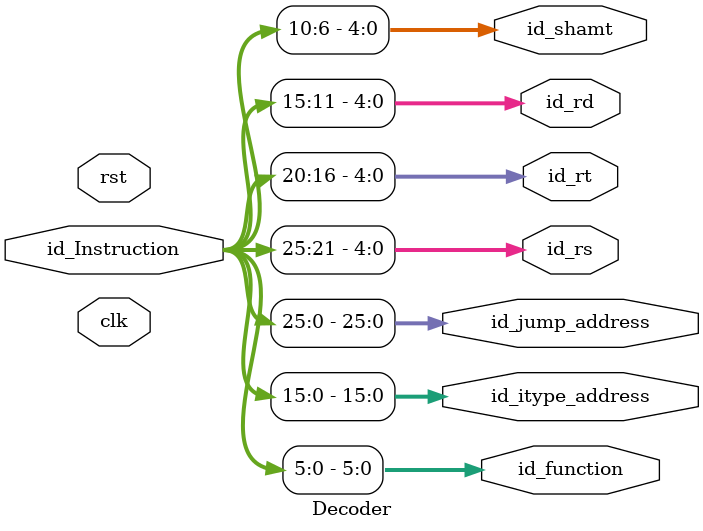
<source format=v>
module Decoder#(parameter i_size=32)(
  //signals from control unit
  input clk,rst,
  //data
  input [i_size-1:0] id_Instruction,
  
  output  [5:0] id_function,
  output  [15:0] id_itype_address,
  output  [25:0] id_jump_address,
  output  [4:0] id_rs,id_rt,id_rd,id_shamt
);
  
  // splitting the 32 bits number in instr`~ROM

  //for R-type instructions
  assign   id_rs =  id_Instruction [25:21];
  assign   id_rt =  id_Instruction [20:16];
  assign   id_rd =  id_Instruction [15:11];
  assign id_shamt =  id_Instruction [10:6]; 
  assign id_function=  id_Instruction[5:0];
    
    //for I-type instructions 
  assign  id_itype_address =  id_Instruction [15:0];
  
  assign  id_jump_address =  id_Instruction [25:0];
  
endmodule

</source>
